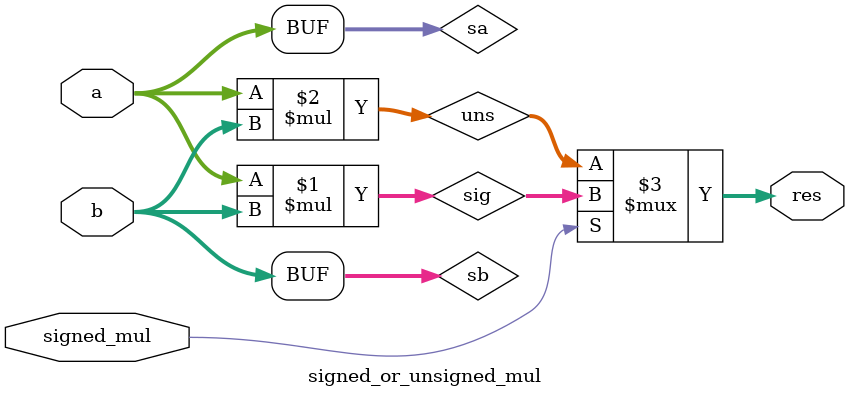
<source format=sv>


module signed_mul_4
(
  input  signed [3:0] a, b,
  output signed [7:0] res
);

  assign res = a * b;

endmodule

// A parameterized module
// that implements the unsigned multiplication of N-bit numbers
// which produces 2N-bit result

module unsigned_mul
# (
  parameter n = 8
)
(
  input  [    n - 1:0] a, b,
  output [2 * n - 1:0] res
);

  assign res = a * b;

endmodule

//----------------------------------------------------------------------------
// Task
//----------------------------------------------------------------------------

// Task:
//
// Implement a parameterized module
// that produces either signed or unsigned result
// of the multiplication depending on the 'signed_mul' input bit.

module signed_or_unsigned_mul
# (
  parameter n = 8
)
(
  input  [    n - 1:0] a, b,
  input                signed_mul,
  output [2 * n - 1:0] res
);
wire signed [    n - 1:0] sa, sb;
wire signed [2 * n - 1:0] sig;
wire [2 * n - 1:0] uns;

assign sa = $signed(a);
assign sb = $signed(b);

assign sig = sa * sb;
assign uns = a * b;

assign res = signed_mul ? $unsigned(sig) : uns;


endmodule

</source>
